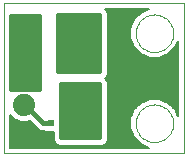
<source format=gtl>
G75*
%MOIN*%
%OFA0B0*%
%FSLAX24Y24*%
%IPPOS*%
%LPD*%
%AMOC8*
5,1,8,0,0,1.08239X$1,22.5*
%
%ADD10C,0.0000*%
%ADD11R,0.0827X0.0315*%
%ADD12R,0.0236X0.0197*%
%ADD13R,0.0709X0.1063*%
%ADD14C,0.0740*%
%ADD15C,0.0120*%
%ADD16C,0.0060*%
%ADD17C,0.0100*%
%ADD18C,0.0160*%
D10*
X000180Y000180D02*
X000180Y005176D01*
X006150Y005176D01*
X006150Y000180D01*
X000180Y000180D01*
X004555Y001180D02*
X004557Y001230D01*
X004563Y001279D01*
X004573Y001328D01*
X004586Y001375D01*
X004604Y001422D01*
X004625Y001467D01*
X004649Y001510D01*
X004677Y001551D01*
X004708Y001590D01*
X004742Y001626D01*
X004779Y001660D01*
X004819Y001690D01*
X004860Y001717D01*
X004904Y001741D01*
X004949Y001761D01*
X004996Y001777D01*
X005044Y001790D01*
X005093Y001799D01*
X005143Y001804D01*
X005192Y001805D01*
X005242Y001802D01*
X005291Y001795D01*
X005340Y001784D01*
X005387Y001770D01*
X005433Y001751D01*
X005478Y001729D01*
X005521Y001704D01*
X005561Y001675D01*
X005599Y001643D01*
X005635Y001609D01*
X005668Y001571D01*
X005697Y001531D01*
X005723Y001489D01*
X005746Y001445D01*
X005765Y001399D01*
X005781Y001352D01*
X005793Y001303D01*
X005801Y001254D01*
X005805Y001205D01*
X005805Y001155D01*
X005801Y001106D01*
X005793Y001057D01*
X005781Y001008D01*
X005765Y000961D01*
X005746Y000915D01*
X005723Y000871D01*
X005697Y000829D01*
X005668Y000789D01*
X005635Y000751D01*
X005599Y000717D01*
X005561Y000685D01*
X005521Y000656D01*
X005478Y000631D01*
X005433Y000609D01*
X005387Y000590D01*
X005340Y000576D01*
X005291Y000565D01*
X005242Y000558D01*
X005192Y000555D01*
X005143Y000556D01*
X005093Y000561D01*
X005044Y000570D01*
X004996Y000583D01*
X004949Y000599D01*
X004904Y000619D01*
X004860Y000643D01*
X004819Y000670D01*
X004779Y000700D01*
X004742Y000734D01*
X004708Y000770D01*
X004677Y000809D01*
X004649Y000850D01*
X004625Y000893D01*
X004604Y000938D01*
X004586Y000985D01*
X004573Y001032D01*
X004563Y001081D01*
X004557Y001130D01*
X004555Y001180D01*
X004555Y004180D02*
X004557Y004230D01*
X004563Y004279D01*
X004573Y004328D01*
X004586Y004375D01*
X004604Y004422D01*
X004625Y004467D01*
X004649Y004510D01*
X004677Y004551D01*
X004708Y004590D01*
X004742Y004626D01*
X004779Y004660D01*
X004819Y004690D01*
X004860Y004717D01*
X004904Y004741D01*
X004949Y004761D01*
X004996Y004777D01*
X005044Y004790D01*
X005093Y004799D01*
X005143Y004804D01*
X005192Y004805D01*
X005242Y004802D01*
X005291Y004795D01*
X005340Y004784D01*
X005387Y004770D01*
X005433Y004751D01*
X005478Y004729D01*
X005521Y004704D01*
X005561Y004675D01*
X005599Y004643D01*
X005635Y004609D01*
X005668Y004571D01*
X005697Y004531D01*
X005723Y004489D01*
X005746Y004445D01*
X005765Y004399D01*
X005781Y004352D01*
X005793Y004303D01*
X005801Y004254D01*
X005805Y004205D01*
X005805Y004155D01*
X005801Y004106D01*
X005793Y004057D01*
X005781Y004008D01*
X005765Y003961D01*
X005746Y003915D01*
X005723Y003871D01*
X005697Y003829D01*
X005668Y003789D01*
X005635Y003751D01*
X005599Y003717D01*
X005561Y003685D01*
X005521Y003656D01*
X005478Y003631D01*
X005433Y003609D01*
X005387Y003590D01*
X005340Y003576D01*
X005291Y003565D01*
X005242Y003558D01*
X005192Y003555D01*
X005143Y003556D01*
X005093Y003561D01*
X005044Y003570D01*
X004996Y003583D01*
X004949Y003599D01*
X004904Y003619D01*
X004860Y003643D01*
X004819Y003670D01*
X004779Y003700D01*
X004742Y003734D01*
X004708Y003770D01*
X004677Y003809D01*
X004649Y003850D01*
X004625Y003893D01*
X004604Y003938D01*
X004586Y003985D01*
X004573Y004032D01*
X004563Y004081D01*
X004557Y004130D01*
X004555Y004180D01*
D11*
X002680Y003074D03*
X002680Y002286D03*
D12*
X001724Y001177D03*
X001724Y000783D03*
X002236Y000980D03*
D13*
X002646Y004180D03*
X000914Y004180D03*
D14*
X000930Y002780D03*
X000830Y001780D03*
X000930Y000780D03*
D15*
X002080Y000773D02*
X003380Y000773D01*
X003380Y000680D02*
X002080Y000680D01*
X002080Y002480D01*
X003380Y002480D01*
X003380Y000680D01*
X003380Y000891D02*
X002080Y000891D01*
X002080Y001010D02*
X003380Y001010D01*
X003380Y001128D02*
X002080Y001128D01*
X002080Y001247D02*
X003380Y001247D01*
X003380Y001365D02*
X002080Y001365D01*
X002080Y001484D02*
X003380Y001484D01*
X003380Y001602D02*
X002080Y001602D01*
X002080Y001721D02*
X003380Y001721D01*
X003380Y001839D02*
X002080Y001839D01*
X002080Y001958D02*
X003380Y001958D01*
X003380Y002076D02*
X002080Y002076D01*
X002080Y002195D02*
X003380Y002195D01*
X003380Y002313D02*
X002080Y002313D01*
X002080Y002432D02*
X003380Y002432D01*
X003380Y002880D02*
X001980Y002880D01*
X001980Y004780D01*
X003380Y004780D01*
X003380Y002880D01*
X003380Y002906D02*
X001980Y002906D01*
X001980Y003024D02*
X003380Y003024D01*
X003380Y003143D02*
X001980Y003143D01*
X001980Y003261D02*
X003380Y003261D01*
X003380Y003380D02*
X001980Y003380D01*
X001980Y003498D02*
X003380Y003498D01*
X003380Y003617D02*
X001980Y003617D01*
X001980Y003735D02*
X003380Y003735D01*
X003380Y003854D02*
X001980Y003854D01*
X001980Y003972D02*
X003380Y003972D01*
X003380Y004091D02*
X001980Y004091D01*
X001980Y004209D02*
X003380Y004209D01*
X003380Y004328D02*
X001980Y004328D01*
X001980Y004446D02*
X003380Y004446D01*
X003380Y004565D02*
X001980Y004565D01*
X001980Y004683D02*
X003380Y004683D01*
D16*
X003630Y004685D02*
X004532Y004685D01*
X004489Y004642D02*
X004365Y004342D01*
X004365Y004018D01*
X004489Y003718D01*
X004718Y003489D01*
X005018Y003365D01*
X005342Y003365D01*
X005642Y003489D01*
X005871Y003718D01*
X005960Y003934D01*
X005960Y001426D01*
X005871Y001642D01*
X005642Y001871D01*
X005342Y001995D01*
X005018Y001995D01*
X004718Y001871D01*
X004489Y001642D01*
X004365Y001342D01*
X004365Y001018D01*
X004489Y000718D01*
X004718Y000489D01*
X005006Y000370D01*
X000370Y000370D01*
X000370Y001448D01*
X000513Y001305D01*
X000719Y001220D01*
X000941Y001220D01*
X001024Y001254D01*
X001288Y000990D01*
X001324Y000953D01*
X001326Y000952D01*
X001327Y000951D01*
X001375Y000931D01*
X001423Y000911D01*
X001425Y000911D01*
X001426Y000910D01*
X001478Y000910D01*
X001506Y000910D01*
X001527Y000888D01*
X001830Y000888D01*
X001830Y000630D01*
X001868Y000538D01*
X001938Y000468D01*
X002030Y000430D01*
X003430Y000430D01*
X003522Y000468D01*
X003592Y000538D01*
X003630Y000630D01*
X003630Y002530D01*
X003592Y002622D01*
X003534Y002680D01*
X003592Y002738D01*
X003630Y002830D01*
X003630Y004830D01*
X003592Y004922D01*
X003527Y004986D01*
X004996Y004986D01*
X004718Y004871D01*
X004489Y004642D01*
X004483Y004626D02*
X003630Y004626D01*
X003630Y004568D02*
X004458Y004568D01*
X004434Y004509D02*
X003630Y004509D01*
X003630Y004451D02*
X004410Y004451D01*
X004386Y004392D02*
X003630Y004392D01*
X003630Y004334D02*
X004365Y004334D01*
X004365Y004275D02*
X003630Y004275D01*
X003630Y004217D02*
X004365Y004217D01*
X004365Y004158D02*
X003630Y004158D01*
X003630Y004100D02*
X004365Y004100D01*
X004365Y004041D02*
X003630Y004041D01*
X003630Y003983D02*
X004380Y003983D01*
X004404Y003924D02*
X003630Y003924D01*
X003630Y003866D02*
X004428Y003866D01*
X004452Y003807D02*
X003630Y003807D01*
X003630Y003749D02*
X004477Y003749D01*
X004517Y003690D02*
X003630Y003690D01*
X003630Y003632D02*
X004576Y003632D01*
X004634Y003573D02*
X003630Y003573D01*
X003630Y003515D02*
X004693Y003515D01*
X004798Y003456D02*
X003630Y003456D01*
X003630Y003398D02*
X004939Y003398D01*
X005421Y003398D02*
X005960Y003398D01*
X005960Y003456D02*
X005562Y003456D01*
X005667Y003515D02*
X005960Y003515D01*
X005960Y003573D02*
X005726Y003573D01*
X005784Y003632D02*
X005960Y003632D01*
X005960Y003690D02*
X005843Y003690D01*
X005883Y003749D02*
X005960Y003749D01*
X005960Y003807D02*
X005908Y003807D01*
X005932Y003866D02*
X005960Y003866D01*
X005956Y003924D02*
X005960Y003924D01*
X005960Y003339D02*
X003630Y003339D01*
X003630Y003281D02*
X005960Y003281D01*
X005960Y003222D02*
X003630Y003222D01*
X003630Y003164D02*
X005960Y003164D01*
X005960Y003105D02*
X003630Y003105D01*
X003630Y003047D02*
X005960Y003047D01*
X005960Y002988D02*
X003630Y002988D01*
X003630Y002930D02*
X005960Y002930D01*
X005960Y002871D02*
X003630Y002871D01*
X003623Y002813D02*
X005960Y002813D01*
X005960Y002754D02*
X003598Y002754D01*
X003549Y002696D02*
X005960Y002696D01*
X005960Y002637D02*
X003577Y002637D01*
X003610Y002579D02*
X005960Y002579D01*
X005960Y002520D02*
X003630Y002520D01*
X003630Y002462D02*
X005960Y002462D01*
X005960Y002403D02*
X003630Y002403D01*
X003630Y002345D02*
X005960Y002345D01*
X005960Y002286D02*
X003630Y002286D01*
X003630Y002228D02*
X005960Y002228D01*
X005960Y002169D02*
X003630Y002169D01*
X003630Y002111D02*
X005960Y002111D01*
X005960Y002052D02*
X003630Y002052D01*
X003630Y001994D02*
X005014Y001994D01*
X004873Y001935D02*
X003630Y001935D01*
X003630Y001877D02*
X004732Y001877D01*
X004665Y001818D02*
X003630Y001818D01*
X003630Y001760D02*
X004607Y001760D01*
X004548Y001701D02*
X003630Y001701D01*
X003630Y001643D02*
X004490Y001643D01*
X004465Y001584D02*
X003630Y001584D01*
X003630Y001526D02*
X004441Y001526D01*
X004417Y001467D02*
X003630Y001467D01*
X003630Y001409D02*
X004393Y001409D01*
X004368Y001350D02*
X003630Y001350D01*
X003630Y001292D02*
X004365Y001292D01*
X004365Y001233D02*
X003630Y001233D01*
X003630Y001175D02*
X004365Y001175D01*
X004365Y001116D02*
X003630Y001116D01*
X003630Y001058D02*
X004365Y001058D01*
X004373Y000999D02*
X003630Y000999D01*
X003630Y000941D02*
X004397Y000941D01*
X004421Y000882D02*
X003630Y000882D01*
X003630Y000824D02*
X004446Y000824D01*
X004470Y000765D02*
X003630Y000765D01*
X003630Y000707D02*
X004501Y000707D01*
X004559Y000648D02*
X003630Y000648D01*
X003613Y000590D02*
X004618Y000590D01*
X004676Y000531D02*
X003585Y000531D01*
X003526Y000473D02*
X004758Y000473D01*
X004900Y000414D02*
X000370Y000414D01*
X000370Y000473D02*
X001934Y000473D01*
X001875Y000531D02*
X000370Y000531D01*
X000370Y000590D02*
X001847Y000590D01*
X001830Y000648D02*
X000370Y000648D01*
X000370Y000707D02*
X001830Y000707D01*
X001830Y000765D02*
X000370Y000765D01*
X000370Y000824D02*
X001830Y000824D01*
X001830Y000882D02*
X000370Y000882D01*
X000370Y000941D02*
X001353Y000941D01*
X001279Y000999D02*
X000370Y000999D01*
X000370Y001058D02*
X001221Y001058D01*
X001162Y001116D02*
X000370Y001116D01*
X000370Y001175D02*
X001104Y001175D01*
X001045Y001233D02*
X000973Y001233D01*
X000687Y001233D02*
X000370Y001233D01*
X000370Y001292D02*
X000546Y001292D01*
X000468Y001350D02*
X000370Y001350D01*
X000370Y001409D02*
X000410Y001409D01*
X003630Y004743D02*
X004590Y004743D01*
X004649Y004802D02*
X003630Y004802D01*
X003617Y004860D02*
X004707Y004860D01*
X004833Y004919D02*
X003593Y004919D01*
X003537Y004977D02*
X004974Y004977D01*
X005346Y001994D02*
X005960Y001994D01*
X005960Y001935D02*
X005487Y001935D01*
X005628Y001877D02*
X005960Y001877D01*
X005960Y001818D02*
X005695Y001818D01*
X005753Y001760D02*
X005960Y001760D01*
X005960Y001701D02*
X005812Y001701D01*
X005870Y001643D02*
X005960Y001643D01*
X005960Y001584D02*
X005895Y001584D01*
X005919Y001526D02*
X005960Y001526D01*
X005960Y001467D02*
X005943Y001467D01*
D17*
X001380Y002280D02*
X000380Y002280D01*
X000380Y004780D01*
X001380Y004780D01*
X001380Y002280D01*
X001380Y002347D02*
X000380Y002347D01*
X000380Y002446D02*
X001380Y002446D01*
X001380Y002544D02*
X000380Y002544D01*
X000380Y002643D02*
X001380Y002643D01*
X001380Y002741D02*
X000380Y002741D01*
X000380Y002840D02*
X001380Y002840D01*
X001380Y002938D02*
X000380Y002938D01*
X000380Y003037D02*
X001380Y003037D01*
X001380Y003135D02*
X000380Y003135D01*
X000380Y003234D02*
X001380Y003234D01*
X001380Y003332D02*
X000380Y003332D01*
X000380Y003431D02*
X001380Y003431D01*
X001380Y003529D02*
X000380Y003529D01*
X000380Y003628D02*
X001380Y003628D01*
X001380Y003726D02*
X000380Y003726D01*
X000380Y003825D02*
X001380Y003825D01*
X001380Y003923D02*
X000380Y003923D01*
X000380Y004022D02*
X001380Y004022D01*
X001380Y004120D02*
X000380Y004120D01*
X000380Y004219D02*
X001380Y004219D01*
X001380Y004317D02*
X000380Y004317D01*
X000380Y004416D02*
X001380Y004416D01*
X001380Y004514D02*
X000380Y004514D01*
X000380Y004613D02*
X001380Y004613D01*
X001380Y004711D02*
X000380Y004711D01*
D18*
X000830Y001780D02*
X000880Y001780D01*
X001480Y001180D01*
X001724Y001177D01*
M02*

</source>
